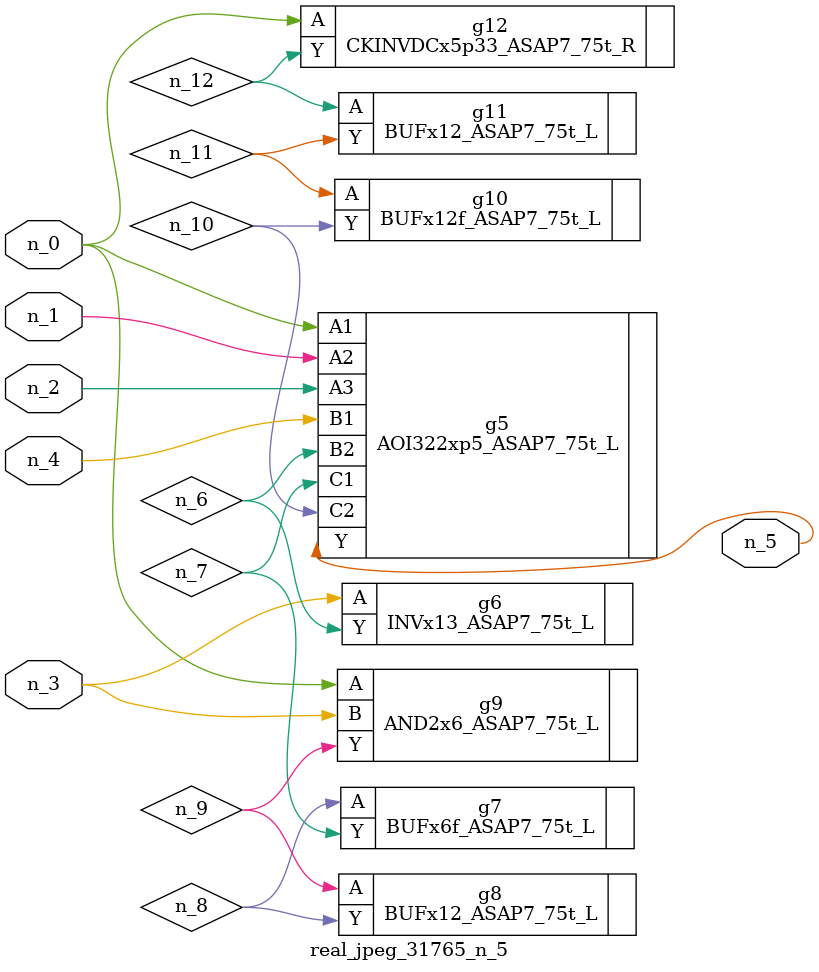
<source format=v>
module real_jpeg_31765_n_5 (n_4, n_0, n_1, n_2, n_3, n_5);

input n_4;
input n_0;
input n_1;
input n_2;
input n_3;

output n_5;

wire n_12;
wire n_8;
wire n_11;
wire n_6;
wire n_7;
wire n_10;
wire n_9;

AOI322xp5_ASAP7_75t_L g5 ( 
.A1(n_0),
.A2(n_1),
.A3(n_2),
.B1(n_4),
.B2(n_6),
.C1(n_7),
.C2(n_10),
.Y(n_5)
);

AND2x6_ASAP7_75t_L g9 ( 
.A(n_0),
.B(n_3),
.Y(n_9)
);

CKINVDCx5p33_ASAP7_75t_R g12 ( 
.A(n_0),
.Y(n_12)
);

INVx13_ASAP7_75t_L g6 ( 
.A(n_3),
.Y(n_6)
);

BUFx6f_ASAP7_75t_L g7 ( 
.A(n_8),
.Y(n_7)
);

BUFx12_ASAP7_75t_L g8 ( 
.A(n_9),
.Y(n_8)
);

BUFx12f_ASAP7_75t_L g10 ( 
.A(n_11),
.Y(n_10)
);

BUFx12_ASAP7_75t_L g11 ( 
.A(n_12),
.Y(n_11)
);


endmodule
</source>
